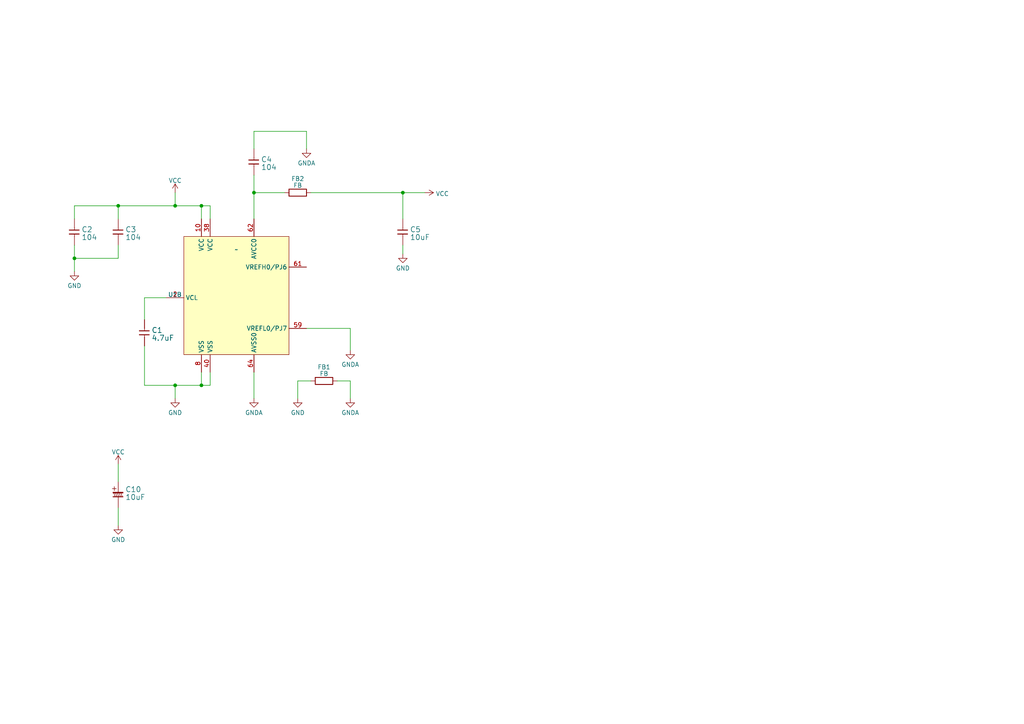
<source format=kicad_sch>
(kicad_sch (version 20230121) (generator eeschema)

  (uuid 69b8693f-fdb4-4429-9f9d-8eb44d7ebe7d)

  (paper "A4")

  (lib_symbols
    (symbol "akizuki:C" (pin_numbers hide) (pin_names (offset 1.016) hide) (in_bom yes) (on_board yes)
      (property "Reference" "C" (at 2.54 2.54 0)
        (effects (font (size 1.524 1.524)))
      )
      (property "Value" "C" (at -2.54 -2.54 0)
        (effects (font (size 1.524 1.524)))
      )
      (property "Footprint" "" (at 0 0 90)
        (effects (font (size 1.524 1.524)) hide)
      )
      (property "Datasheet" "" (at 0 0 90)
        (effects (font (size 1.524 1.524)) hide)
      )
      (property "ki_fp_filters" "RAD-0.2 1608" (at 0 0 0)
        (effects (font (size 1.27 1.27)) hide)
      )
      (symbol "C_0_1"
        (rectangle (start -1.524 -0.508) (end 1.397 -0.635)
          (stroke (width 0) (type default))
          (fill (type none))
        )
        (rectangle (start -1.524 0.635) (end 1.397 0.508)
          (stroke (width 0) (type default))
          (fill (type none))
        )
        (rectangle (start 0 -0.635) (end 0 -1.27)
          (stroke (width 0) (type default))
          (fill (type none))
        )
        (rectangle (start 0 1.27) (end 0 0.635)
          (stroke (width 0) (type default))
          (fill (type none))
        )
      )
      (symbol "C_1_1"
        (pin passive line (at 0 -3.81 90) (length 2.54)
          (name "~" (effects (font (size 1.27 1.27))))
          (number "1" (effects (font (size 1.27 1.27))))
        )
        (pin passive line (at 0 3.81 270) (length 2.54)
          (name "~" (effects (font (size 1.27 1.27))))
          (number "2" (effects (font (size 1.27 1.27))))
        )
      )
    )
    (symbol "akizuki:C-POL" (pin_numbers hide) (pin_names (offset 1.016) hide) (in_bom yes) (on_board yes)
      (property "Reference" "C" (at 2.54 2.54 0)
        (effects (font (size 1.524 1.524)))
      )
      (property "Value" "C-POL" (at -2.54 -2.54 0)
        (effects (font (size 1.524 1.524)))
      )
      (property "Footprint" "" (at 0 0 90)
        (effects (font (size 1.524 1.524)) hide)
      )
      (property "Datasheet" "" (at 0 0 90)
        (effects (font (size 1.524 1.524)) hide)
      )
      (property "ki_fp_filters" "RAD-0.2" (at 0 0 0)
        (effects (font (size 1.27 1.27)) hide)
      )
      (symbol "C-POL_0_0"
        (text "+" (at -1.143 1.905 0)
          (effects (font (size 1.524 1.524)))
        )
      )
      (symbol "C-POL_0_1"
        (rectangle (start -1.524 -0.508) (end 1.397 -0.635)
          (stroke (width 0) (type default))
          (fill (type none))
        )
        (rectangle (start -1.524 0.762) (end 1.397 0.508)
          (stroke (width 0) (type default))
          (fill (type outline))
        )
        (rectangle (start 0 -0.635) (end 0 -1.27)
          (stroke (width 0) (type default))
          (fill (type none))
        )
        (polyline
          (pts
            (xy -1.27 0.508)
            (xy -0.889 -0.508)
          )
          (stroke (width 0) (type default))
          (fill (type none))
        )
        (polyline
          (pts
            (xy -0.762 0.508)
            (xy -0.381 -0.508)
          )
          (stroke (width 0) (type default))
          (fill (type none))
        )
        (polyline
          (pts
            (xy -0.254 0.508)
            (xy 0.127 -0.508)
          )
          (stroke (width 0) (type default))
          (fill (type none))
        )
        (polyline
          (pts
            (xy 0.254 0.508)
            (xy 0.635 -0.508)
          )
          (stroke (width 0) (type default))
          (fill (type none))
        )
        (polyline
          (pts
            (xy 0.762 0.508)
            (xy 1.143 -0.508)
          )
          (stroke (width 0) (type default))
          (fill (type none))
        )
        (rectangle (start 0 1.27) (end 0 0.762)
          (stroke (width 0) (type default))
          (fill (type none))
        )
      )
      (symbol "C-POL_1_1"
        (pin passive line (at 0 3.81 270) (length 2.54)
          (name "~" (effects (font (size 1.27 1.27))))
          (number "1" (effects (font (size 1.27 1.27))))
        )
        (pin passive line (at 0 -3.81 90) (length 2.54)
          (name "~" (effects (font (size 1.27 1.27))))
          (number "2" (effects (font (size 1.27 1.27))))
        )
      )
    )
    (symbol "akizuki:FB" (pin_numbers hide) (pin_names (offset 1.016)) (in_bom yes) (on_board yes)
      (property "Reference" "FB" (at 0 2.54 0)
        (effects (font (size 1.27 1.27)))
      )
      (property "Value" "FB" (at 0 -2.54 0)
        (effects (font (size 1.27 1.27)))
      )
      (property "Footprint" "" (at 3.81 0 0)
        (effects (font (size 1.27 1.27)) hide)
      )
      (property "Datasheet" "" (at 3.81 0 0)
        (effects (font (size 1.27 1.27)) hide)
      )
      (symbol "FB_1_1"
        (rectangle (start 2.54 -1.016) (end -2.54 1.016)
          (stroke (width 0.254) (type default))
          (fill (type none))
        )
        (pin passive line (at -3.81 0 0) (length 1.27)
          (name "~" (effects (font (size 1.27 1.27))))
          (number "1" (effects (font (size 1.27 1.27))))
        )
        (pin passive line (at 3.81 0 180) (length 1.27)
          (name "~" (effects (font (size 1.27 1.27))))
          (number "2" (effects (font (size 1.27 1.27))))
        )
      )
    )
    (symbol "power:GND" (power) (pin_names (offset 0)) (in_bom yes) (on_board yes)
      (property "Reference" "#PWR" (at 0 -6.35 0)
        (effects (font (size 1.27 1.27)) hide)
      )
      (property "Value" "GND" (at 0 -3.81 0)
        (effects (font (size 1.27 1.27)))
      )
      (property "Footprint" "" (at 0 0 0)
        (effects (font (size 1.27 1.27)) hide)
      )
      (property "Datasheet" "" (at 0 0 0)
        (effects (font (size 1.27 1.27)) hide)
      )
      (property "ki_keywords" "global power" (at 0 0 0)
        (effects (font (size 1.27 1.27)) hide)
      )
      (property "ki_description" "Power symbol creates a global label with name \"GND\" , ground" (at 0 0 0)
        (effects (font (size 1.27 1.27)) hide)
      )
      (symbol "GND_0_1"
        (polyline
          (pts
            (xy 0 0)
            (xy 0 -1.27)
            (xy 1.27 -1.27)
            (xy 0 -2.54)
            (xy -1.27 -1.27)
            (xy 0 -1.27)
          )
          (stroke (width 0) (type default))
          (fill (type none))
        )
      )
      (symbol "GND_1_1"
        (pin power_in line (at 0 0 270) (length 0) hide
          (name "GND" (effects (font (size 1.27 1.27))))
          (number "1" (effects (font (size 1.27 1.27))))
        )
      )
    )
    (symbol "power:GNDA" (power) (pin_names (offset 0)) (in_bom yes) (on_board yes)
      (property "Reference" "#PWR" (at 0 -6.35 0)
        (effects (font (size 1.27 1.27)) hide)
      )
      (property "Value" "GNDA" (at 0 -3.81 0)
        (effects (font (size 1.27 1.27)))
      )
      (property "Footprint" "" (at 0 0 0)
        (effects (font (size 1.27 1.27)) hide)
      )
      (property "Datasheet" "" (at 0 0 0)
        (effects (font (size 1.27 1.27)) hide)
      )
      (property "ki_keywords" "global power" (at 0 0 0)
        (effects (font (size 1.27 1.27)) hide)
      )
      (property "ki_description" "Power symbol creates a global label with name \"GNDA\" , analog ground" (at 0 0 0)
        (effects (font (size 1.27 1.27)) hide)
      )
      (symbol "GNDA_0_1"
        (polyline
          (pts
            (xy 0 0)
            (xy 0 -1.27)
            (xy 1.27 -1.27)
            (xy 0 -2.54)
            (xy -1.27 -1.27)
            (xy 0 -1.27)
          )
          (stroke (width 0) (type default))
          (fill (type none))
        )
      )
      (symbol "GNDA_1_1"
        (pin power_in line (at 0 0 270) (length 0) hide
          (name "GNDA" (effects (font (size 1.27 1.27))))
          (number "1" (effects (font (size 1.27 1.27))))
        )
      )
    )
    (symbol "power:VCC" (power) (pin_names (offset 0)) (in_bom yes) (on_board yes)
      (property "Reference" "#PWR" (at 0 -3.81 0)
        (effects (font (size 1.27 1.27)) hide)
      )
      (property "Value" "VCC" (at 0 3.81 0)
        (effects (font (size 1.27 1.27)))
      )
      (property "Footprint" "" (at 0 0 0)
        (effects (font (size 1.27 1.27)) hide)
      )
      (property "Datasheet" "" (at 0 0 0)
        (effects (font (size 1.27 1.27)) hide)
      )
      (property "ki_keywords" "global power" (at 0 0 0)
        (effects (font (size 1.27 1.27)) hide)
      )
      (property "ki_description" "Power symbol creates a global label with name \"VCC\"" (at 0 0 0)
        (effects (font (size 1.27 1.27)) hide)
      )
      (symbol "VCC_0_1"
        (polyline
          (pts
            (xy -0.762 1.27)
            (xy 0 2.54)
          )
          (stroke (width 0) (type default))
          (fill (type none))
        )
        (polyline
          (pts
            (xy 0 0)
            (xy 0 2.54)
          )
          (stroke (width 0) (type default))
          (fill (type none))
        )
        (polyline
          (pts
            (xy 0 2.54)
            (xy 0.762 1.27)
          )
          (stroke (width 0) (type default))
          (fill (type none))
        )
      )
      (symbol "VCC_1_1"
        (pin power_in line (at 0 0 90) (length 0) hide
          (name "VCC" (effects (font (size 1.27 1.27))))
          (number "1" (effects (font (size 1.27 1.27))))
        )
      )
    )
    (symbol "renesas:RX140_64" (in_bom yes) (on_board yes)
      (property "Reference" "U" (at 0 53.34 0)
        (effects (font (size 1.27 1.27)))
      )
      (property "Value" "" (at 0 13.97 0)
        (effects (font (size 1.27 1.27)))
      )
      (property "Footprint" "Package_QFP:LQFP-64_10x10mm_P0.5mm" (at 0 55.88 0)
        (effects (font (size 1.27 1.27)) hide)
      )
      (property "Datasheet" "" (at 0 13.97 0)
        (effects (font (size 1.27 1.27)) hide)
      )
      (property "ki_locked" "" (at 0 0 0)
        (effects (font (size 1.27 1.27)))
      )
      (property "ki_keywords" "RX140" (at 0 0 0)
        (effects (font (size 1.27 1.27)) hide)
      )
      (property "ki_description" "Renesas 32ビットマイクロコンピュータ RX140 64ピンLFQFP" (at 0 0 0)
        (effects (font (size 1.27 1.27)) hide)
      )
      (symbol "RX140_64_1_1"
        (rectangle (start -10.16 12.7) (end 10.16 -12.7)
          (stroke (width 0) (type default))
          (fill (type background))
        )
        (pin bidirectional line (at -15.24 -5.08 0) (length 5.08)
          (name "PG7/MD" (effects (font (size 1.27 1.27))))
          (number "3" (effects (font (size 1.27 1.27))))
        )
        (pin input line (at 15.24 7.62 180) (length 5.08)
          (name "PH7/XCIN" (effects (font (size 1.27 1.27))))
          (number "4" (effects (font (size 1.27 1.27))))
        )
        (pin output line (at 15.24 2.54 180) (length 5.08)
          (name "PH6/XCOUT" (effects (font (size 1.27 1.27))))
          (number "5" (effects (font (size 1.27 1.27))))
        )
        (pin input line (at -15.24 5.08 0) (length 5.08)
          (name "~{RES}" (effects (font (size 1.27 1.27))))
          (number "6" (effects (font (size 1.27 1.27))))
        )
        (pin input line (at 15.24 -2.54 180) (length 5.08)
          (name "P37/XTAL" (effects (font (size 1.27 1.27))))
          (number "7" (effects (font (size 1.27 1.27))))
        )
        (pin output line (at 15.24 -7.62 180) (length 5.08)
          (name "P36/EXTAL" (effects (font (size 1.27 1.27))))
          (number "9" (effects (font (size 1.27 1.27))))
        )
      )
      (symbol "RX140_64_2_1"
        (rectangle (start -15.24 17.78) (end 15.24 -16.51)
          (stroke (width 0) (type default))
          (fill (type background))
        )
        (pin power_in line (at -10.16 22.86 270) (length 5.08)
          (name "VCC" (effects (font (size 1.27 1.27))))
          (number "10" (effects (font (size 1.27 1.27))))
        )
        (pin input line (at -20.32 0 0) (length 5.08)
          (name "VCL" (effects (font (size 1.27 1.27))))
          (number "2" (effects (font (size 1.27 1.27))))
        )
        (pin power_in line (at -7.62 22.86 270) (length 5.08)
          (name "VCC" (effects (font (size 1.27 1.27))))
          (number "38" (effects (font (size 1.27 1.27))))
        )
        (pin power_in line (at -7.62 -21.59 90) (length 5.08)
          (name "VSS" (effects (font (size 1.27 1.27))))
          (number "40" (effects (font (size 1.27 1.27))))
        )
        (pin input line (at 20.32 -8.89 180) (length 5.08)
          (name "VREFL0/PJ7" (effects (font (size 1.27 1.27))))
          (number "59" (effects (font (size 1.27 1.27))))
        )
        (pin input line (at 20.32 8.89 180) (length 5.08)
          (name "VREFH0/PJ6" (effects (font (size 1.27 1.27))))
          (number "61" (effects (font (size 1.27 1.27))))
        )
        (pin input line (at 5.08 22.86 270) (length 5.08)
          (name "AVCC0" (effects (font (size 1.27 1.27))))
          (number "62" (effects (font (size 1.27 1.27))))
        )
        (pin input line (at 5.08 -21.59 90) (length 5.08)
          (name "AVSS0" (effects (font (size 1.27 1.27))))
          (number "64" (effects (font (size 1.27 1.27))))
        )
        (pin power_in line (at -10.16 -21.59 90) (length 5.08)
          (name "VSS" (effects (font (size 1.27 1.27))))
          (number "8" (effects (font (size 1.27 1.27))))
        )
      )
      (symbol "RX140_64_3_1"
        (rectangle (start -10.16 52.07) (end 10.16 -52.07)
          (stroke (width 0) (type default))
          (fill (type background))
        )
        (pin bidirectional line (at -15.24 41.91 0) (length 5.08)
          (name "P03" (effects (font (size 1.27 1.27))))
          (number "1" (effects (font (size 1.27 1.27))))
        )
        (pin bidirectional line (at -15.24 -41.91 0) (length 5.08)
          (name "P35" (effects (font (size 1.27 1.27))))
          (number "11" (effects (font (size 1.27 1.27))))
        )
        (pin bidirectional line (at -15.24 -34.29 0) (length 5.08)
          (name "P32" (effects (font (size 1.27 1.27))))
          (number "12" (effects (font (size 1.27 1.27))))
        )
        (pin bidirectional line (at -15.24 -31.75 0) (length 5.08)
          (name "P31" (effects (font (size 1.27 1.27))))
          (number "13" (effects (font (size 1.27 1.27))))
        )
        (pin bidirectional line (at -15.24 -29.21 0) (length 5.08)
          (name "P30" (effects (font (size 1.27 1.27))))
          (number "14" (effects (font (size 1.27 1.27))))
        )
        (pin bidirectional line (at -15.24 -21.59 0) (length 5.08)
          (name "P27" (effects (font (size 1.27 1.27))))
          (number "15" (effects (font (size 1.27 1.27))))
        )
        (pin bidirectional line (at -15.24 -19.05 0) (length 5.08)
          (name "P26" (effects (font (size 1.27 1.27))))
          (number "16" (effects (font (size 1.27 1.27))))
        )
        (pin bidirectional line (at -15.24 3.81 0) (length 5.08)
          (name "P17" (effects (font (size 1.27 1.27))))
          (number "17" (effects (font (size 1.27 1.27))))
        )
        (pin bidirectional line (at -15.24 6.35 0) (length 5.08)
          (name "P16" (effects (font (size 1.27 1.27))))
          (number "18" (effects (font (size 1.27 1.27))))
        )
        (pin bidirectional line (at -15.24 8.89 0) (length 5.08)
          (name "P15" (effects (font (size 1.27 1.27))))
          (number "19" (effects (font (size 1.27 1.27))))
        )
        (pin bidirectional line (at -15.24 11.43 0) (length 5.08)
          (name "P14" (effects (font (size 1.27 1.27))))
          (number "20" (effects (font (size 1.27 1.27))))
        )
        (pin bidirectional line (at 15.24 -16.51 180) (length 5.08)
          (name "P55" (effects (font (size 1.27 1.27))))
          (number "25" (effects (font (size 1.27 1.27))))
        )
        (pin bidirectional line (at 15.24 -13.97 180) (length 5.08)
          (name "P54" (effects (font (size 1.27 1.27))))
          (number "26" (effects (font (size 1.27 1.27))))
        )
        (pin bidirectional line (at 15.24 -46.99 180) (length 5.08)
          (name "P47" (effects (font (size 1.27 1.27))))
          (number "52" (effects (font (size 1.27 1.27))))
        )
        (pin bidirectional line (at 15.24 -44.45 180) (length 5.08)
          (name "P46" (effects (font (size 1.27 1.27))))
          (number "53" (effects (font (size 1.27 1.27))))
        )
        (pin bidirectional line (at 15.24 -41.91 180) (length 5.08)
          (name "P45" (effects (font (size 1.27 1.27))))
          (number "54" (effects (font (size 1.27 1.27))))
        )
        (pin bidirectional line (at 15.24 -39.37 180) (length 5.08)
          (name "P44" (effects (font (size 1.27 1.27))))
          (number "55" (effects (font (size 1.27 1.27))))
        )
        (pin bidirectional line (at 15.24 -36.83 180) (length 5.08)
          (name "P43" (effects (font (size 1.27 1.27))))
          (number "56" (effects (font (size 1.27 1.27))))
        )
        (pin bidirectional line (at 15.24 -34.29 180) (length 5.08)
          (name "P42" (effects (font (size 1.27 1.27))))
          (number "57" (effects (font (size 1.27 1.27))))
        )
        (pin bidirectional line (at 15.24 -31.75 180) (length 5.08)
          (name "P41" (effects (font (size 1.27 1.27))))
          (number "58" (effects (font (size 1.27 1.27))))
        )
        (pin bidirectional line (at 15.24 -29.21 180) (length 5.08)
          (name "P40" (effects (font (size 1.27 1.27))))
          (number "60" (effects (font (size 1.27 1.27))))
        )
        (pin bidirectional line (at -15.24 34.29 0) (length 5.08)
          (name "P05" (effects (font (size 1.27 1.27))))
          (number "63" (effects (font (size 1.27 1.27))))
        )
      )
      (symbol "RX140_64_4_1"
        (rectangle (start -10.16 50.8) (end 10.16 -53.34)
          (stroke (width 0) (type default))
          (fill (type background))
        )
        (pin bidirectional line (at 15.24 38.1 180) (length 5.08)
          (name "PH3" (effects (font (size 1.27 1.27))))
          (number "21" (effects (font (size 1.27 1.27))))
        )
        (pin bidirectional line (at 15.24 40.64 180) (length 5.08)
          (name "PH2" (effects (font (size 1.27 1.27))))
          (number "22" (effects (font (size 1.27 1.27))))
        )
        (pin bidirectional line (at 15.24 43.18 180) (length 5.08)
          (name "PH1" (effects (font (size 1.27 1.27))))
          (number "23" (effects (font (size 1.27 1.27))))
        )
        (pin bidirectional line (at 15.24 45.72 180) (length 5.08)
          (name "PH0" (effects (font (size 1.27 1.27))))
          (number "24" (effects (font (size 1.27 1.27))))
        )
        (pin bidirectional line (at 15.24 -48.26 180) (length 5.08)
          (name "PC7" (effects (font (size 1.27 1.27))))
          (number "27" (effects (font (size 1.27 1.27))))
        )
        (pin bidirectional line (at 15.24 -45.72 180) (length 5.08)
          (name "PC6" (effects (font (size 1.27 1.27))))
          (number "28" (effects (font (size 1.27 1.27))))
        )
        (pin bidirectional line (at 15.24 -43.18 180) (length 5.08)
          (name "PC5" (effects (font (size 1.27 1.27))))
          (number "29" (effects (font (size 1.27 1.27))))
        )
        (pin bidirectional line (at 15.24 -40.64 180) (length 5.08)
          (name "PC4" (effects (font (size 1.27 1.27))))
          (number "30" (effects (font (size 1.27 1.27))))
        )
        (pin bidirectional line (at 15.24 -38.1 180) (length 5.08)
          (name "PC3" (effects (font (size 1.27 1.27))))
          (number "31" (effects (font (size 1.27 1.27))))
        )
        (pin bidirectional line (at 15.24 -35.56 180) (length 5.08)
          (name "PC2" (effects (font (size 1.27 1.27))))
          (number "32" (effects (font (size 1.27 1.27))))
        )
        (pin bidirectional line (at -15.24 -48.26 0) (length 5.08)
          (name "PB7/PC1" (effects (font (size 1.27 1.27))))
          (number "33" (effects (font (size 1.27 1.27))))
        )
        (pin bidirectional line (at -15.24 -45.72 0) (length 5.08)
          (name "PB6/PC0" (effects (font (size 1.27 1.27))))
          (number "34" (effects (font (size 1.27 1.27))))
        )
        (pin bidirectional line (at -15.24 -43.18 0) (length 5.08)
          (name "PB5" (effects (font (size 1.27 1.27))))
          (number "35" (effects (font (size 1.27 1.27))))
        )
        (pin bidirectional line (at -15.24 -38.1 0) (length 5.08)
          (name "PB3" (effects (font (size 1.27 1.27))))
          (number "36" (effects (font (size 1.27 1.27))))
        )
        (pin bidirectional line (at -15.24 -33.02 0) (length 5.08)
          (name "PB1" (effects (font (size 1.27 1.27))))
          (number "37" (effects (font (size 1.27 1.27))))
        )
        (pin bidirectional line (at -15.24 -30.48 0) (length 5.08)
          (name "PB0" (effects (font (size 1.27 1.27))))
          (number "39" (effects (font (size 1.27 1.27))))
        )
        (pin bidirectional line (at -15.24 -20.32 0) (length 5.08)
          (name "PA6" (effects (font (size 1.27 1.27))))
          (number "41" (effects (font (size 1.27 1.27))))
        )
        (pin bidirectional line (at -15.24 -15.24 0) (length 5.08)
          (name "PA4" (effects (font (size 1.27 1.27))))
          (number "42" (effects (font (size 1.27 1.27))))
        )
        (pin bidirectional line (at -15.24 -12.7 0) (length 5.08)
          (name "PA3" (effects (font (size 1.27 1.27))))
          (number "43" (effects (font (size 1.27 1.27))))
        )
        (pin bidirectional line (at -15.24 -7.62 0) (length 5.08)
          (name "PA1" (effects (font (size 1.27 1.27))))
          (number "44" (effects (font (size 1.27 1.27))))
        )
        (pin bidirectional line (at -15.24 -5.08 0) (length 5.08)
          (name "PA0" (effects (font (size 1.27 1.27))))
          (number "45" (effects (font (size 1.27 1.27))))
        )
        (pin bidirectional line (at 15.24 7.62 180) (length 5.08)
          (name "PE5" (effects (font (size 1.27 1.27))))
          (number "46" (effects (font (size 1.27 1.27))))
        )
        (pin bidirectional line (at 15.24 10.16 180) (length 5.08)
          (name "PE4" (effects (font (size 1.27 1.27))))
          (number "47" (effects (font (size 1.27 1.27))))
        )
        (pin bidirectional line (at 15.24 12.7 180) (length 5.08)
          (name "PE3" (effects (font (size 1.27 1.27))))
          (number "48" (effects (font (size 1.27 1.27))))
        )
        (pin bidirectional line (at 15.24 15.24 180) (length 5.08)
          (name "PE2" (effects (font (size 1.27 1.27))))
          (number "49" (effects (font (size 1.27 1.27))))
        )
        (pin bidirectional line (at 15.24 17.78 180) (length 5.08)
          (name "PE1" (effects (font (size 1.27 1.27))))
          (number "50" (effects (font (size 1.27 1.27))))
        )
        (pin bidirectional line (at 15.24 20.32 180) (length 5.08)
          (name "PE0" (effects (font (size 1.27 1.27))))
          (number "51" (effects (font (size 1.27 1.27))))
        )
      )
    )
  )

  (junction (at 116.84 55.88) (diameter 0) (color 0 0 0 0)
    (uuid 0a4e0930-b53d-4cd8-83bf-f7750df65f89)
  )
  (junction (at 73.66 55.88) (diameter 0) (color 0 0 0 0)
    (uuid 11e22f87-04b4-4c28-b7d0-0f7523c24e48)
  )
  (junction (at 34.29 59.69) (diameter 0) (color 0 0 0 0)
    (uuid 5e2aaf48-a92a-4b01-b2d1-55093bdceb60)
  )
  (junction (at 21.59 74.93) (diameter 0) (color 0 0 0 0)
    (uuid 8f01a285-4486-46a2-85ad-01753501b503)
  )
  (junction (at 50.8 111.76) (diameter 0) (color 0 0 0 0)
    (uuid 94420ad2-d6ac-4863-b200-eb0ffbd14154)
  )
  (junction (at 58.42 59.69) (diameter 0) (color 0 0 0 0)
    (uuid 94ada9de-8ee2-4c0e-b1f2-84d7494fd403)
  )
  (junction (at 50.8 59.69) (diameter 0) (color 0 0 0 0)
    (uuid 955e74f4-ae57-4241-bb8c-59cdea865abb)
  )
  (junction (at 58.42 111.76) (diameter 0) (color 0 0 0 0)
    (uuid c176c927-d8cf-4242-b153-cd444db62c5a)
  )

  (wire (pts (xy 21.59 71.12) (xy 21.59 74.93))
    (stroke (width 0) (type default))
    (uuid 062b0b36-e030-44f9-8afe-48d4d502d615)
  )
  (wire (pts (xy 60.96 107.95) (xy 60.96 111.76))
    (stroke (width 0) (type default))
    (uuid 1139c2b3-dbb0-4576-a7fa-d2abfecb093b)
  )
  (wire (pts (xy 90.17 55.88) (xy 116.84 55.88))
    (stroke (width 0) (type default))
    (uuid 31df449f-100c-4ce3-95ae-d2a73bb0fb91)
  )
  (wire (pts (xy 88.9 95.25) (xy 101.6 95.25))
    (stroke (width 0) (type default))
    (uuid 366494f5-8e10-45f5-993b-4f65944883a5)
  )
  (wire (pts (xy 50.8 111.76) (xy 50.8 115.57))
    (stroke (width 0) (type default))
    (uuid 39bcb1d8-fa7f-4134-9479-f9cc2781013b)
  )
  (wire (pts (xy 41.91 100.33) (xy 41.91 111.76))
    (stroke (width 0) (type default))
    (uuid 3ff156fc-121b-4665-a64d-84ebb4ce31cf)
  )
  (wire (pts (xy 73.66 43.18) (xy 73.66 38.1))
    (stroke (width 0) (type default))
    (uuid 43b56747-418a-43ef-a3f8-cf5e5d3afdd2)
  )
  (wire (pts (xy 21.59 74.93) (xy 21.59 78.74))
    (stroke (width 0) (type default))
    (uuid 45bed752-4299-4ae7-92ad-6475abdbe5ae)
  )
  (wire (pts (xy 88.9 38.1) (xy 88.9 43.18))
    (stroke (width 0) (type default))
    (uuid 45edca78-1ea3-4910-8e81-967b1bd87eb1)
  )
  (wire (pts (xy 50.8 111.76) (xy 58.42 111.76))
    (stroke (width 0) (type default))
    (uuid 4d29e7d7-4cc1-4bb2-be0a-02edde412ba5)
  )
  (wire (pts (xy 73.66 107.95) (xy 73.66 115.57))
    (stroke (width 0) (type default))
    (uuid 598b7daf-45fc-45c6-b113-0245a3661064)
  )
  (wire (pts (xy 50.8 59.69) (xy 58.42 59.69))
    (stroke (width 0) (type default))
    (uuid 5f0ee86a-8192-4ef4-8edb-ab1f55b68576)
  )
  (wire (pts (xy 116.84 55.88) (xy 123.19 55.88))
    (stroke (width 0) (type default))
    (uuid 63aa3230-92e7-4999-8e64-af03e163db77)
  )
  (wire (pts (xy 41.91 111.76) (xy 50.8 111.76))
    (stroke (width 0) (type default))
    (uuid 6a4f71c7-261a-4f12-9b6c-ec3611403cd0)
  )
  (wire (pts (xy 101.6 110.49) (xy 101.6 115.57))
    (stroke (width 0) (type default))
    (uuid 6eb30ca4-f897-4707-9d5f-68428b2679b9)
  )
  (wire (pts (xy 73.66 55.88) (xy 82.55 55.88))
    (stroke (width 0) (type default))
    (uuid 7415e111-0f9a-4de6-85e6-872e64e9d787)
  )
  (wire (pts (xy 34.29 147.32) (xy 34.29 152.4))
    (stroke (width 0) (type default))
    (uuid 78b30813-38f9-462a-9095-dceb41e361f4)
  )
  (wire (pts (xy 21.59 74.93) (xy 34.29 74.93))
    (stroke (width 0) (type default))
    (uuid 8e2e1e54-e3cb-4b47-8bec-eaf3229b2151)
  )
  (wire (pts (xy 60.96 63.5) (xy 60.96 59.69))
    (stroke (width 0) (type default))
    (uuid 97ed8488-a61b-4ef6-a2f1-71ec1f450149)
  )
  (wire (pts (xy 86.36 115.57) (xy 86.36 110.49))
    (stroke (width 0) (type default))
    (uuid 9b8634dc-9d3c-43d6-b1b8-05d96de3fabe)
  )
  (wire (pts (xy 34.29 63.5) (xy 34.29 59.69))
    (stroke (width 0) (type default))
    (uuid 9ff4832e-75bc-4973-a18e-195a83e6a273)
  )
  (wire (pts (xy 73.66 38.1) (xy 88.9 38.1))
    (stroke (width 0) (type default))
    (uuid a165b4df-ca8e-4aa0-a49c-2924bc6d79bd)
  )
  (wire (pts (xy 50.8 55.88) (xy 50.8 59.69))
    (stroke (width 0) (type default))
    (uuid a1686849-94c0-4bd5-8243-f1f4e3ae6337)
  )
  (wire (pts (xy 58.42 59.69) (xy 58.42 63.5))
    (stroke (width 0) (type default))
    (uuid a1dcd21a-bd04-4c89-8164-de771735627d)
  )
  (wire (pts (xy 34.29 74.93) (xy 34.29 71.12))
    (stroke (width 0) (type default))
    (uuid a5aa4f35-ff74-4357-9321-de7183112c91)
  )
  (wire (pts (xy 101.6 95.25) (xy 101.6 101.6))
    (stroke (width 0) (type default))
    (uuid a5bf331f-b368-4835-8f39-0168dff3b89b)
  )
  (wire (pts (xy 34.29 59.69) (xy 21.59 59.69))
    (stroke (width 0) (type default))
    (uuid a5d7f624-1d71-47fd-aff2-2336de9d0dc0)
  )
  (wire (pts (xy 34.29 59.69) (xy 50.8 59.69))
    (stroke (width 0) (type default))
    (uuid a84a5e4c-7664-46ed-9b6a-6591c133c74d)
  )
  (wire (pts (xy 73.66 50.8) (xy 73.66 55.88))
    (stroke (width 0) (type default))
    (uuid b37579f9-55e1-4ef1-abd1-d71d46afb98c)
  )
  (wire (pts (xy 86.36 110.49) (xy 90.17 110.49))
    (stroke (width 0) (type default))
    (uuid b508849f-bdfe-43a6-b17a-ea5054b29efd)
  )
  (wire (pts (xy 21.59 59.69) (xy 21.59 63.5))
    (stroke (width 0) (type default))
    (uuid b8ccbc89-d71b-49b1-962e-101ddf2a78d4)
  )
  (wire (pts (xy 41.91 92.71) (xy 41.91 86.36))
    (stroke (width 0) (type default))
    (uuid b8e5ff62-88f9-41b2-b0c8-3f4b9af4c87d)
  )
  (wire (pts (xy 41.91 86.36) (xy 48.26 86.36))
    (stroke (width 0) (type default))
    (uuid c13bcb24-0a27-401c-8d4d-471682b27674)
  )
  (wire (pts (xy 58.42 111.76) (xy 60.96 111.76))
    (stroke (width 0) (type default))
    (uuid c78425f3-35d9-438b-8081-c685004e6728)
  )
  (wire (pts (xy 58.42 59.69) (xy 60.96 59.69))
    (stroke (width 0) (type default))
    (uuid cc3594cf-10dd-47f2-88e4-bc775ed25736)
  )
  (wire (pts (xy 116.84 71.12) (xy 116.84 73.66))
    (stroke (width 0) (type default))
    (uuid cf4061c5-dcbc-4978-b76a-b8a938931bdd)
  )
  (wire (pts (xy 58.42 107.95) (xy 58.42 111.76))
    (stroke (width 0) (type default))
    (uuid d6aa8088-0dae-492c-890a-59df6a049617)
  )
  (wire (pts (xy 34.29 134.62) (xy 34.29 139.7))
    (stroke (width 0) (type default))
    (uuid e0d30b40-cf0e-4611-bcbb-61cc1716e015)
  )
  (wire (pts (xy 73.66 55.88) (xy 73.66 63.5))
    (stroke (width 0) (type default))
    (uuid e104de10-9417-4dce-afb3-22dfca62c61c)
  )
  (wire (pts (xy 116.84 55.88) (xy 116.84 63.5))
    (stroke (width 0) (type default))
    (uuid e708988c-92b0-4ef7-b3a4-f5ae2b20a070)
  )
  (wire (pts (xy 97.79 110.49) (xy 101.6 110.49))
    (stroke (width 0) (type default))
    (uuid fb2ebd49-8972-4dbb-a1a2-ac11cb2e35aa)
  )

  (symbol (lib_id "power:VCC") (at 34.29 134.62 0) (unit 1)
    (in_bom yes) (on_board yes) (dnp no) (fields_autoplaced)
    (uuid 1689bb87-c343-4619-99f5-6613ad59999f)
    (property "Reference" "#PWR018" (at 34.29 138.43 0)
      (effects (font (size 1.27 1.27)) hide)
    )
    (property "Value" "VCC" (at 34.29 131.1181 0)
      (effects (font (size 1.27 1.27)))
    )
    (property "Footprint" "" (at 34.29 134.62 0)
      (effects (font (size 1.27 1.27)) hide)
    )
    (property "Datasheet" "" (at 34.29 134.62 0)
      (effects (font (size 1.27 1.27)) hide)
    )
    (pin "1" (uuid ccf02c1d-d32a-4c9c-b08d-2915b8080ee1))
    (instances
      (project "RX140_board"
        (path "/1ba7daaa-0b3e-4d88-b450-d41f3b2cc6e9/a97e6d7b-e1e9-416e-bfc6-a992ab699499"
          (reference "#PWR018") (unit 1)
        )
      )
    )
  )

  (symbol (lib_id "power:VCC") (at 50.8 55.88 0) (unit 1)
    (in_bom yes) (on_board yes) (dnp no) (fields_autoplaced)
    (uuid 2244b38f-6f6c-4cc0-8a79-76c733ee37c3)
    (property "Reference" "#PWR02" (at 50.8 59.69 0)
      (effects (font (size 1.27 1.27)) hide)
    )
    (property "Value" "VCC" (at 50.8 52.3781 0)
      (effects (font (size 1.27 1.27)))
    )
    (property "Footprint" "" (at 50.8 55.88 0)
      (effects (font (size 1.27 1.27)) hide)
    )
    (property "Datasheet" "" (at 50.8 55.88 0)
      (effects (font (size 1.27 1.27)) hide)
    )
    (pin "1" (uuid ffad1ef0-ff60-4556-9205-4e7ae5fdec2f))
    (instances
      (project "RX140_board"
        (path "/1ba7daaa-0b3e-4d88-b450-d41f3b2cc6e9/a97e6d7b-e1e9-416e-bfc6-a992ab699499"
          (reference "#PWR02") (unit 1)
        )
      )
    )
  )

  (symbol (lib_id "akizuki:C") (at 41.91 96.52 0) (unit 1)
    (in_bom yes) (on_board yes) (dnp no) (fields_autoplaced)
    (uuid 2c6eab4c-b28e-43d8-941c-fffb2586f0d1)
    (property "Reference" "C1" (at 43.942 95.773 0)
      (effects (font (size 1.524 1.524)) (justify left))
    )
    (property "Value" "4.7uF" (at 43.942 98.0272 0)
      (effects (font (size 1.524 1.524)) (justify left))
    )
    (property "Footprint" "" (at 41.91 96.52 90)
      (effects (font (size 1.524 1.524)) hide)
    )
    (property "Datasheet" "" (at 41.91 96.52 90)
      (effects (font (size 1.524 1.524)) hide)
    )
    (pin "1" (uuid 86d1517f-5746-45ff-ad97-7e70f2b3a583))
    (pin "2" (uuid e775f3b3-01df-44e3-9642-e8b28898b461))
    (instances
      (project "RX140_board"
        (path "/1ba7daaa-0b3e-4d88-b450-d41f3b2cc6e9/a97e6d7b-e1e9-416e-bfc6-a992ab699499"
          (reference "C1") (unit 1)
        )
      )
    )
  )

  (symbol (lib_id "akizuki:FB") (at 86.36 55.88 0) (unit 1)
    (in_bom yes) (on_board yes) (dnp no) (fields_autoplaced)
    (uuid 39d56e16-14f9-4e46-95f4-df23276354cb)
    (property "Reference" "FB2" (at 86.36 51.8541 0)
      (effects (font (size 1.27 1.27)))
    )
    (property "Value" "FB" (at 86.36 53.7751 0)
      (effects (font (size 1.27 1.27)))
    )
    (property "Footprint" "" (at 90.17 55.88 0)
      (effects (font (size 1.27 1.27)) hide)
    )
    (property "Datasheet" "" (at 90.17 55.88 0)
      (effects (font (size 1.27 1.27)) hide)
    )
    (pin "1" (uuid 4f6986d2-a153-47c6-88ee-4c6dddafc6e5))
    (pin "2" (uuid ea92ed3a-d3be-4544-8d98-58d9744c3215))
    (instances
      (project "RX140_board"
        (path "/1ba7daaa-0b3e-4d88-b450-d41f3b2cc6e9/a97e6d7b-e1e9-416e-bfc6-a992ab699499"
          (reference "FB2") (unit 1)
        )
      )
    )
  )

  (symbol (lib_id "power:GND") (at 116.84 73.66 0) (unit 1)
    (in_bom yes) (on_board yes) (dnp no) (fields_autoplaced)
    (uuid 43c41670-26ff-4736-8514-ec6be3801c47)
    (property "Reference" "#PWR09" (at 116.84 80.01 0)
      (effects (font (size 1.27 1.27)) hide)
    )
    (property "Value" "GND" (at 116.84 77.7955 0)
      (effects (font (size 1.27 1.27)))
    )
    (property "Footprint" "" (at 116.84 73.66 0)
      (effects (font (size 1.27 1.27)) hide)
    )
    (property "Datasheet" "" (at 116.84 73.66 0)
      (effects (font (size 1.27 1.27)) hide)
    )
    (pin "1" (uuid a7f5ded4-bad0-4199-938c-310e71b2b2d5))
    (instances
      (project "RX140_board"
        (path "/1ba7daaa-0b3e-4d88-b450-d41f3b2cc6e9/a97e6d7b-e1e9-416e-bfc6-a992ab699499"
          (reference "#PWR09") (unit 1)
        )
      )
    )
  )

  (symbol (lib_id "akizuki:C") (at 34.29 67.31 0) (unit 1)
    (in_bom yes) (on_board yes) (dnp no) (fields_autoplaced)
    (uuid 4af93f8a-1c4c-43ef-9633-c10d66368172)
    (property "Reference" "C3" (at 36.322 66.563 0)
      (effects (font (size 1.524 1.524)) (justify left))
    )
    (property "Value" "104" (at 36.322 68.8172 0)
      (effects (font (size 1.524 1.524)) (justify left))
    )
    (property "Footprint" "" (at 34.29 67.31 90)
      (effects (font (size 1.524 1.524)) hide)
    )
    (property "Datasheet" "" (at 34.29 67.31 90)
      (effects (font (size 1.524 1.524)) hide)
    )
    (pin "1" (uuid b6918f18-003e-480a-aa9a-a3059d3e540c))
    (pin "2" (uuid 60f60cd8-f400-475d-a704-8c53cd9fb0f6))
    (instances
      (project "RX140_board"
        (path "/1ba7daaa-0b3e-4d88-b450-d41f3b2cc6e9/a97e6d7b-e1e9-416e-bfc6-a992ab699499"
          (reference "C3") (unit 1)
        )
      )
    )
  )

  (symbol (lib_id "akizuki:C") (at 21.59 67.31 0) (unit 1)
    (in_bom yes) (on_board yes) (dnp no) (fields_autoplaced)
    (uuid 4e4fbd0a-06b1-4728-b9b6-4d67c29104ef)
    (property "Reference" "C2" (at 23.622 66.563 0)
      (effects (font (size 1.524 1.524)) (justify left))
    )
    (property "Value" "104" (at 23.622 68.8172 0)
      (effects (font (size 1.524 1.524)) (justify left))
    )
    (property "Footprint" "" (at 21.59 67.31 90)
      (effects (font (size 1.524 1.524)) hide)
    )
    (property "Datasheet" "" (at 21.59 67.31 90)
      (effects (font (size 1.524 1.524)) hide)
    )
    (pin "1" (uuid 4586edc8-a46a-4f98-916d-c634b1c2b570))
    (pin "2" (uuid 85e4ba1b-3890-4d6e-841d-06753ab0e85f))
    (instances
      (project "RX140_board"
        (path "/1ba7daaa-0b3e-4d88-b450-d41f3b2cc6e9/a97e6d7b-e1e9-416e-bfc6-a992ab699499"
          (reference "C2") (unit 1)
        )
      )
    )
  )

  (symbol (lib_id "power:GNDA") (at 101.6 115.57 0) (unit 1)
    (in_bom yes) (on_board yes) (dnp no) (fields_autoplaced)
    (uuid 501c7d69-c136-4c5b-aab1-0af904050e84)
    (property "Reference" "#PWR05" (at 101.6 121.92 0)
      (effects (font (size 1.27 1.27)) hide)
    )
    (property "Value" "GNDA" (at 101.6 119.7055 0)
      (effects (font (size 1.27 1.27)))
    )
    (property "Footprint" "" (at 101.6 115.57 0)
      (effects (font (size 1.27 1.27)) hide)
    )
    (property "Datasheet" "" (at 101.6 115.57 0)
      (effects (font (size 1.27 1.27)) hide)
    )
    (pin "1" (uuid 1ed3a456-52ec-44da-b68b-600a3d0f2a50))
    (instances
      (project "RX140_board"
        (path "/1ba7daaa-0b3e-4d88-b450-d41f3b2cc6e9/a97e6d7b-e1e9-416e-bfc6-a992ab699499"
          (reference "#PWR05") (unit 1)
        )
      )
    )
  )

  (symbol (lib_id "power:GND") (at 86.36 115.57 0) (unit 1)
    (in_bom yes) (on_board yes) (dnp no) (fields_autoplaced)
    (uuid 7a431a03-d0f3-4689-85ec-9140144978dd)
    (property "Reference" "#PWR06" (at 86.36 121.92 0)
      (effects (font (size 1.27 1.27)) hide)
    )
    (property "Value" "GND" (at 86.36 119.7055 0)
      (effects (font (size 1.27 1.27)))
    )
    (property "Footprint" "" (at 86.36 115.57 0)
      (effects (font (size 1.27 1.27)) hide)
    )
    (property "Datasheet" "" (at 86.36 115.57 0)
      (effects (font (size 1.27 1.27)) hide)
    )
    (pin "1" (uuid cb06193a-8942-492b-9988-bbb235b050c6))
    (instances
      (project "RX140_board"
        (path "/1ba7daaa-0b3e-4d88-b450-d41f3b2cc6e9/a97e6d7b-e1e9-416e-bfc6-a992ab699499"
          (reference "#PWR06") (unit 1)
        )
      )
    )
  )

  (symbol (lib_id "power:GND") (at 34.29 152.4 0) (unit 1)
    (in_bom yes) (on_board yes) (dnp no) (fields_autoplaced)
    (uuid 819ea0e6-c35e-4864-8a19-729271b7cb23)
    (property "Reference" "#PWR019" (at 34.29 158.75 0)
      (effects (font (size 1.27 1.27)) hide)
    )
    (property "Value" "GND" (at 34.29 156.5355 0)
      (effects (font (size 1.27 1.27)))
    )
    (property "Footprint" "" (at 34.29 152.4 0)
      (effects (font (size 1.27 1.27)) hide)
    )
    (property "Datasheet" "" (at 34.29 152.4 0)
      (effects (font (size 1.27 1.27)) hide)
    )
    (pin "1" (uuid 86e5abc2-f8e4-48db-8218-1c3588ef8e44))
    (instances
      (project "RX140_board"
        (path "/1ba7daaa-0b3e-4d88-b450-d41f3b2cc6e9/a97e6d7b-e1e9-416e-bfc6-a992ab699499"
          (reference "#PWR019") (unit 1)
        )
      )
    )
  )

  (symbol (lib_id "power:GNDA") (at 88.9 43.18 0) (unit 1)
    (in_bom yes) (on_board yes) (dnp no) (fields_autoplaced)
    (uuid 8556f597-5bab-49dc-905d-349a1fb6267f)
    (property "Reference" "#PWR08" (at 88.9 49.53 0)
      (effects (font (size 1.27 1.27)) hide)
    )
    (property "Value" "GNDA" (at 88.9 47.3155 0)
      (effects (font (size 1.27 1.27)))
    )
    (property "Footprint" "" (at 88.9 43.18 0)
      (effects (font (size 1.27 1.27)) hide)
    )
    (property "Datasheet" "" (at 88.9 43.18 0)
      (effects (font (size 1.27 1.27)) hide)
    )
    (pin "1" (uuid abfd5aab-98f4-4723-bbe0-11f53ba32b45))
    (instances
      (project "RX140_board"
        (path "/1ba7daaa-0b3e-4d88-b450-d41f3b2cc6e9/a97e6d7b-e1e9-416e-bfc6-a992ab699499"
          (reference "#PWR08") (unit 1)
        )
      )
    )
  )

  (symbol (lib_id "akizuki:FB") (at 93.98 110.49 0) (unit 1)
    (in_bom yes) (on_board yes) (dnp no) (fields_autoplaced)
    (uuid a42244b7-a03a-4e43-9eb2-d26b8d55a636)
    (property "Reference" "FB1" (at 93.98 106.4641 0)
      (effects (font (size 1.27 1.27)))
    )
    (property "Value" "FB" (at 93.98 108.3851 0)
      (effects (font (size 1.27 1.27)))
    )
    (property "Footprint" "" (at 97.79 110.49 0)
      (effects (font (size 1.27 1.27)) hide)
    )
    (property "Datasheet" "" (at 97.79 110.49 0)
      (effects (font (size 1.27 1.27)) hide)
    )
    (pin "1" (uuid 975af5eb-bcc8-419e-90dc-772b6b0ec459))
    (pin "2" (uuid a68e2315-d876-431b-9ea7-b35199661f9f))
    (instances
      (project "RX140_board"
        (path "/1ba7daaa-0b3e-4d88-b450-d41f3b2cc6e9/a97e6d7b-e1e9-416e-bfc6-a992ab699499"
          (reference "FB1") (unit 1)
        )
      )
    )
  )

  (symbol (lib_id "akizuki:C-POL") (at 34.29 143.51 0) (unit 1)
    (in_bom yes) (on_board yes) (dnp no) (fields_autoplaced)
    (uuid aea45633-7932-4d75-aaba-c7f61a4e2170)
    (property "Reference" "C10" (at 36.3219 141.9454 0)
      (effects (font (size 1.524 1.524)) (justify left))
    )
    (property "Value" "10uF" (at 36.3219 144.1996 0)
      (effects (font (size 1.524 1.524)) (justify left))
    )
    (property "Footprint" "" (at 34.29 143.51 90)
      (effects (font (size 1.524 1.524)) hide)
    )
    (property "Datasheet" "" (at 34.29 143.51 90)
      (effects (font (size 1.524 1.524)) hide)
    )
    (pin "1" (uuid ddc12076-1cbf-40fc-b6a5-fdab39d226bb))
    (pin "2" (uuid 67710d1c-6c03-4e13-8e99-2f36b78ac5a7))
    (instances
      (project "RX140_board"
        (path "/1ba7daaa-0b3e-4d88-b450-d41f3b2cc6e9/a97e6d7b-e1e9-416e-bfc6-a992ab699499"
          (reference "C10") (unit 1)
        )
      )
    )
  )

  (symbol (lib_id "akizuki:C") (at 73.66 46.99 0) (unit 1)
    (in_bom yes) (on_board yes) (dnp no) (fields_autoplaced)
    (uuid ccf6674d-fc3c-48a5-bc91-3eb15777b21e)
    (property "Reference" "C4" (at 75.692 46.243 0)
      (effects (font (size 1.524 1.524)) (justify left))
    )
    (property "Value" "104" (at 75.692 48.4972 0)
      (effects (font (size 1.524 1.524)) (justify left))
    )
    (property "Footprint" "" (at 73.66 46.99 90)
      (effects (font (size 1.524 1.524)) hide)
    )
    (property "Datasheet" "" (at 73.66 46.99 90)
      (effects (font (size 1.524 1.524)) hide)
    )
    (pin "1" (uuid 890a4b06-07fa-444c-bc96-136b0bfa1a4c))
    (pin "2" (uuid 3e8ecd8c-e762-443f-b95c-d23809a94614))
    (instances
      (project "RX140_board"
        (path "/1ba7daaa-0b3e-4d88-b450-d41f3b2cc6e9/a97e6d7b-e1e9-416e-bfc6-a992ab699499"
          (reference "C4") (unit 1)
        )
      )
    )
  )

  (symbol (lib_id "power:GNDA") (at 73.66 115.57 0) (unit 1)
    (in_bom yes) (on_board yes) (dnp no) (fields_autoplaced)
    (uuid d24f3665-8e9b-4d0b-907a-76ee0da1c1ce)
    (property "Reference" "#PWR04" (at 73.66 121.92 0)
      (effects (font (size 1.27 1.27)) hide)
    )
    (property "Value" "GNDA" (at 73.66 119.7055 0)
      (effects (font (size 1.27 1.27)))
    )
    (property "Footprint" "" (at 73.66 115.57 0)
      (effects (font (size 1.27 1.27)) hide)
    )
    (property "Datasheet" "" (at 73.66 115.57 0)
      (effects (font (size 1.27 1.27)) hide)
    )
    (pin "1" (uuid 20369b91-9557-4600-9d7d-64ad40196628))
    (instances
      (project "RX140_board"
        (path "/1ba7daaa-0b3e-4d88-b450-d41f3b2cc6e9/a97e6d7b-e1e9-416e-bfc6-a992ab699499"
          (reference "#PWR04") (unit 1)
        )
      )
    )
  )

  (symbol (lib_id "power:VCC") (at 123.19 55.88 270) (unit 1)
    (in_bom yes) (on_board yes) (dnp no) (fields_autoplaced)
    (uuid e19d4211-56d4-4d7c-8f75-b5849cb5375e)
    (property "Reference" "#PWR07" (at 119.38 55.88 0)
      (effects (font (size 1.27 1.27)) hide)
    )
    (property "Value" "VCC" (at 126.365 56.1968 90)
      (effects (font (size 1.27 1.27)) (justify left))
    )
    (property "Footprint" "" (at 123.19 55.88 0)
      (effects (font (size 1.27 1.27)) hide)
    )
    (property "Datasheet" "" (at 123.19 55.88 0)
      (effects (font (size 1.27 1.27)) hide)
    )
    (pin "1" (uuid f7219599-a198-4f6e-a094-823f627911df))
    (instances
      (project "RX140_board"
        (path "/1ba7daaa-0b3e-4d88-b450-d41f3b2cc6e9/a97e6d7b-e1e9-416e-bfc6-a992ab699499"
          (reference "#PWR07") (unit 1)
        )
      )
    )
  )

  (symbol (lib_id "akizuki:C") (at 116.84 67.31 0) (unit 1)
    (in_bom yes) (on_board yes) (dnp no) (fields_autoplaced)
    (uuid e2edf67c-43cd-4327-9ed1-729b8bdec409)
    (property "Reference" "C5" (at 118.872 66.563 0)
      (effects (font (size 1.524 1.524)) (justify left))
    )
    (property "Value" "10uF" (at 118.872 68.8172 0)
      (effects (font (size 1.524 1.524)) (justify left))
    )
    (property "Footprint" "" (at 116.84 67.31 90)
      (effects (font (size 1.524 1.524)) hide)
    )
    (property "Datasheet" "" (at 116.84 67.31 90)
      (effects (font (size 1.524 1.524)) hide)
    )
    (pin "1" (uuid 58e1de6d-123d-4a8d-b636-8d536dde0746))
    (pin "2" (uuid 9cf1c47a-d624-48c7-a8c8-273aa5f1d1fc))
    (instances
      (project "RX140_board"
        (path "/1ba7daaa-0b3e-4d88-b450-d41f3b2cc6e9/a97e6d7b-e1e9-416e-bfc6-a992ab699499"
          (reference "C5") (unit 1)
        )
      )
    )
  )

  (symbol (lib_id "power:GND") (at 50.8 115.57 0) (unit 1)
    (in_bom yes) (on_board yes) (dnp no) (fields_autoplaced)
    (uuid e3effa16-5651-4ebf-a77e-905dbbab751c)
    (property "Reference" "#PWR01" (at 50.8 121.92 0)
      (effects (font (size 1.27 1.27)) hide)
    )
    (property "Value" "GND" (at 50.8 119.7055 0)
      (effects (font (size 1.27 1.27)))
    )
    (property "Footprint" "" (at 50.8 115.57 0)
      (effects (font (size 1.27 1.27)) hide)
    )
    (property "Datasheet" "" (at 50.8 115.57 0)
      (effects (font (size 1.27 1.27)) hide)
    )
    (pin "1" (uuid 65a37de0-c9ad-4024-8b10-9f79ad8057ad))
    (instances
      (project "RX140_board"
        (path "/1ba7daaa-0b3e-4d88-b450-d41f3b2cc6e9/a97e6d7b-e1e9-416e-bfc6-a992ab699499"
          (reference "#PWR01") (unit 1)
        )
      )
    )
  )

  (symbol (lib_id "power:GNDA") (at 101.6 101.6 0) (unit 1)
    (in_bom yes) (on_board yes) (dnp no) (fields_autoplaced)
    (uuid e8e99d9b-bce0-4f03-9fd4-742f3dadfccb)
    (property "Reference" "#PWR020" (at 101.6 107.95 0)
      (effects (font (size 1.27 1.27)) hide)
    )
    (property "Value" "GNDA" (at 101.6 105.7355 0)
      (effects (font (size 1.27 1.27)))
    )
    (property "Footprint" "" (at 101.6 101.6 0)
      (effects (font (size 1.27 1.27)) hide)
    )
    (property "Datasheet" "" (at 101.6 101.6 0)
      (effects (font (size 1.27 1.27)) hide)
    )
    (pin "1" (uuid 33d21d57-bc27-41e2-a822-8b6591d9671f))
    (instances
      (project "RX140_board"
        (path "/1ba7daaa-0b3e-4d88-b450-d41f3b2cc6e9/a97e6d7b-e1e9-416e-bfc6-a992ab699499"
          (reference "#PWR020") (unit 1)
        )
      )
    )
  )

  (symbol (lib_id "renesas:RX140_64") (at 68.58 86.36 0) (unit 2)
    (in_bom yes) (on_board yes) (dnp no) (fields_autoplaced)
    (uuid ea9fad4a-83df-45a2-811d-dfd6dc5a1940)
    (property "Reference" "U1" (at 50.7285 85.4489 0)
      (effects (font (size 1.27 1.27)))
    )
    (property "Value" "~" (at 68.58 72.39 0)
      (effects (font (size 1.27 1.27)))
    )
    (property "Footprint" "Package_QFP:LQFP-64_10x10mm_P0.5mm" (at 68.58 30.48 0)
      (effects (font (size 1.27 1.27)) hide)
    )
    (property "Datasheet" "" (at 68.58 72.39 0)
      (effects (font (size 1.27 1.27)) hide)
    )
    (pin "3" (uuid 65f524a1-222e-494c-91e2-6cfc7814f0d9))
    (pin "4" (uuid bfe40431-23a0-4e27-a80d-cfcc880f1c1a))
    (pin "5" (uuid 5df9dd05-08a8-49fe-ab57-9976ef063597))
    (pin "6" (uuid 8f959921-9e50-455e-91f2-e22a4939ea35))
    (pin "7" (uuid 08feae42-9b34-48a5-a7b8-713df9922b41))
    (pin "9" (uuid 0619b49d-2192-4c3b-b990-fd89a18dd1fa))
    (pin "10" (uuid 11428b02-287e-4781-8aaa-1ffad0b85e48))
    (pin "2" (uuid 39a28233-347e-4dd3-aa82-4ecf8231bd84))
    (pin "38" (uuid 02fdfd15-4480-49aa-8a4d-e8f644130983))
    (pin "40" (uuid a3a92b96-1dd1-4ce4-a894-240c4a84d54a))
    (pin "59" (uuid b7a83860-a0f8-4ae0-b6ef-dea4083b1cfa))
    (pin "61" (uuid fe8c2b55-2fb0-4e81-9b30-2e9d5f2f2314))
    (pin "62" (uuid ba5537a4-80f5-46af-b68e-cd163c5c5610))
    (pin "64" (uuid 4deadacb-ad78-4f96-922d-a5ba825c98f1))
    (pin "8" (uuid bd5a4505-683a-44f4-a234-c84afb2e4602))
    (pin "1" (uuid 5555258e-c0bd-4736-8488-43b984062369))
    (pin "11" (uuid 4b83c036-009d-49e6-992c-0ac03eae1554))
    (pin "12" (uuid 2780785a-83a6-481b-ad28-2e273b1587ab))
    (pin "13" (uuid 1d9ff4d1-ba2f-4f6f-ba31-0e939e0452e4))
    (pin "14" (uuid 0167a4a3-bf0a-4d5a-8bb3-21cb639c0c65))
    (pin "15" (uuid 46376f99-d364-4af7-b1e8-5f33091d6656))
    (pin "16" (uuid c0c7bb92-3825-44b3-ab60-45cfd961a3b4))
    (pin "17" (uuid df545b9c-2002-4277-b995-2fd1de913a61))
    (pin "18" (uuid 7d28c7fd-5bc3-4de8-bec8-b95b2409e5c6))
    (pin "19" (uuid a7338b80-8e17-4161-a3ce-9fa16a18d10c))
    (pin "20" (uuid b7598d1a-af23-4fa8-b471-29d9e11d9680))
    (pin "25" (uuid 234b9b6f-7920-4d4e-a494-54d160d11dfd))
    (pin "26" (uuid ee3dff8c-f242-41b1-952f-cf9e6a739dcb))
    (pin "52" (uuid 59fbcb94-e512-485e-ab50-4c9087e2c590))
    (pin "53" (uuid aa6e6bc8-a685-4786-8105-0a3660945330))
    (pin "54" (uuid a30eac01-b456-4006-9d6f-b89abd318e61))
    (pin "55" (uuid 52565046-aa5f-4af8-888e-4eae73bd5ae5))
    (pin "56" (uuid 44ea01d9-eb08-4a69-89d5-07e09e932191))
    (pin "57" (uuid aa46c3bc-a7bb-4e0f-928e-8f884fd94b21))
    (pin "58" (uuid 6406c84c-d20c-4296-9ec3-4e4dc1cc26eb))
    (pin "60" (uuid 361406a4-2ed3-4fce-979d-42ec22ef9fbf))
    (pin "63" (uuid a07eb0a0-fcd4-433e-9ab3-7455b8ec55b6))
    (pin "21" (uuid ebd56aa4-424f-416f-b627-3b99005fdf64))
    (pin "22" (uuid e07a57ee-5bd2-41b0-8134-1d8042568469))
    (pin "23" (uuid d825ec50-1893-481f-8278-456315a12f78))
    (pin "24" (uuid b95a5c84-cf3c-4248-a07c-338b920f407c))
    (pin "27" (uuid 1cee56e5-5716-4e5c-afab-27e84f5bb478))
    (pin "28" (uuid 3b72c63b-0173-4731-b2e6-37f5466c46f9))
    (pin "29" (uuid aeddbd2d-d5c8-45f6-b755-26d6dd4cc25a))
    (pin "30" (uuid 41205e96-0540-4fd9-8bef-478d5419b036))
    (pin "31" (uuid 3620f43b-16d1-49f8-a937-d23b58120ae3))
    (pin "32" (uuid c066d1b6-0e56-45b6-b464-67717a80a3fc))
    (pin "33" (uuid 5fbeb0f3-85fd-4f74-8eef-70ac7a8649bf))
    (pin "34" (uuid a10d07b7-d5b7-4498-bcc8-37fd74322256))
    (pin "35" (uuid decbbd08-85c9-4513-a915-e4895d131e2c))
    (pin "36" (uuid 9b550876-9f6a-4726-8633-efcc905a6a92))
    (pin "37" (uuid 82782152-d922-4089-94b3-d3ca56158f2a))
    (pin "39" (uuid 28720ad5-5275-4654-b796-c752b4b54b75))
    (pin "41" (uuid 2b8aeea1-d1ff-437f-aa6d-369385676df2))
    (pin "42" (uuid 25f6a802-d89e-40d9-8b47-7584159db227))
    (pin "43" (uuid 28ddf5a7-65f4-4b44-88eb-e1e965dceb58))
    (pin "44" (uuid 79075845-6b3e-40d6-8470-b187388565a4))
    (pin "45" (uuid 3394b203-c422-4e0b-9042-84ff7526828a))
    (pin "46" (uuid 90ff4630-8350-4e6f-a61c-4c2f479ee4b8))
    (pin "47" (uuid f4a85b97-ac02-4e35-9b99-017019df904e))
    (pin "48" (uuid 8eef4f59-b2b4-4e7a-87f8-40cbcb366610))
    (pin "49" (uuid dbd3f868-4177-46cd-8bc5-dc88a4b48ece))
    (pin "50" (uuid bf763579-4c8b-4d36-a8bd-d379ab66d8e0))
    (pin "51" (uuid 84e1b382-6872-4fd9-97b8-9153407f995e))
    (instances
      (project "RX140_board"
        (path "/1ba7daaa-0b3e-4d88-b450-d41f3b2cc6e9/a97e6d7b-e1e9-416e-bfc6-a992ab699499"
          (reference "U1") (unit 2)
        )
      )
    )
  )

  (symbol (lib_id "power:GND") (at 21.59 78.74 0) (unit 1)
    (in_bom yes) (on_board yes) (dnp no) (fields_autoplaced)
    (uuid ebf65496-d917-4a0a-a41d-5be77a85afd6)
    (property "Reference" "#PWR03" (at 21.59 85.09 0)
      (effects (font (size 1.27 1.27)) hide)
    )
    (property "Value" "GND" (at 21.59 82.8755 0)
      (effects (font (size 1.27 1.27)))
    )
    (property "Footprint" "" (at 21.59 78.74 0)
      (effects (font (size 1.27 1.27)) hide)
    )
    (property "Datasheet" "" (at 21.59 78.74 0)
      (effects (font (size 1.27 1.27)) hide)
    )
    (pin "1" (uuid d9517b44-fa66-42e4-a586-71cd51baefc8))
    (instances
      (project "RX140_board"
        (path "/1ba7daaa-0b3e-4d88-b450-d41f3b2cc6e9/a97e6d7b-e1e9-416e-bfc6-a992ab699499"
          (reference "#PWR03") (unit 1)
        )
      )
    )
  )
)

</source>
